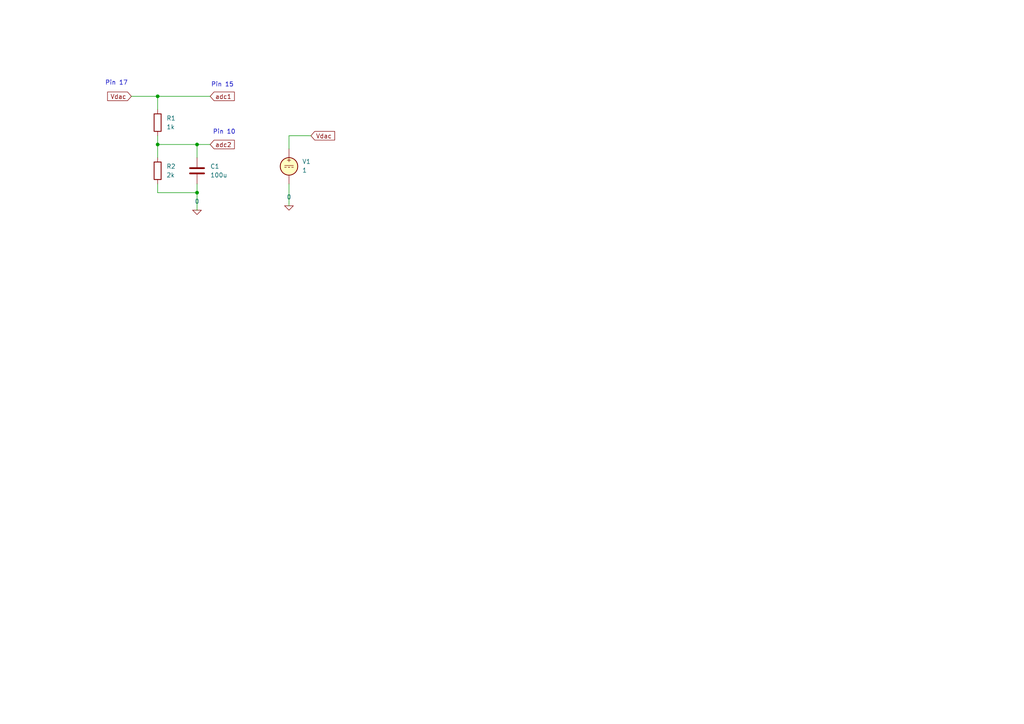
<source format=kicad_sch>
(kicad_sch (version 20231120) (generator "eeschema") (generator_version "8.0")
  (paper "A4")
  (lib_symbols
    (symbol "Device:C" (pin_numbers hide) (pin_names (offset 0.254))
      (property "Reference" "C" (at 0.635 2.54 0))
      (property "Value" "C" (at 0.635 -2.54 0))
      (symbol "C_0_1"
        (polyline (pts (xy -2.032 -0.762) (xy 2.032 -0.762)) (stroke (width 0.508)))
        (polyline (pts (xy -2.032 0.762) (xy 2.032 0.762)) (stroke (width 0.508)))
      )
      (symbol "C_1_1"
        (pin passive line (at 0 3.81 270) (length 2.794) (name "~") (number "1"))
        (pin passive line (at 0 -3.81 90) (length 2.794) (name "~") (number "2"))
      )
    )
    (symbol "Device:R" (pin_numbers hide) (pin_names (offset 0))
      (property "Reference" "R" (at 2.032 0 90))
      (property "Value" "R" (at 0 0 90))
      (symbol "R_0_1"
        (rectangle (start -1.016 -2.54) (end 1.016 2.54) (stroke (width 0.254)))
      )
      (symbol "R_1_1"
        (pin passive line (at 0 3.81 270) (length 1.27) (name "~") (number "1"))
        (pin passive line (at 0 -3.81 90) (length 1.27) (name "~") (number "2"))
      )
    )
    (symbol "Simulation_SPICE:0" (power) (pin_numbers hide) (pin_names (offset 0) hide)
      (property "Value" "0" (at 0 -2.54 0))
      (symbol "0_0_1"
        (polyline (pts (xy -1.27 0) (xy 0 -1.27) (xy 1.27 0) (xy -1.27 0)))
      )
      (symbol "0_1_1"
        (pin power_in line (at 0 0 0) (length 0) (name "~") (number "1"))
      )
    )
    (symbol "Simulation_SPICE:VDC" (pin_numbers hide) (pin_names (offset 0.0254))
      (property "Reference" "V" (at 2.54 2.54 0))
      (property "Value" "1" (at 2.54 0 0))
      (symbol "VDC_0_0"
        (polyline (pts (xy -1.27 0.254) (xy 1.27 0.254)))
        (polyline (pts (xy -0.762 -0.254) (xy -1.27 -0.254)))
        (polyline (pts (xy 0.254 -0.254) (xy -0.254 -0.254)))
        (polyline (pts (xy 1.27 -0.254) (xy 0.762 -0.254)))
        (text "+" (at 0 1.905 0) (effects (font (size 1.27 1.27))))
      )
      (symbol "VDC_0_1"
        (circle (center 0 0) (radius 2.54) (stroke (width 0.254)) (fill (type background)))
      )
      (symbol "VDC_1_1"
        (pin passive line (at 0 5.08 270) (length 2.54) (name "~") (number "1"))
        (pin passive line (at 0 -5.08 90) (length 2.54) (name "~") (number "2"))
      )
    )
  )
  (junction (at 45.72 27.94))
  (junction (at 57.15 55.88))
  (junction (at 45.72 41.91))
  (junction (at 57.15 41.91))
  (wire (pts (xy 83.82 39.37) (xy 83.82 43.18)))
  (wire (pts (xy 45.72 41.91) (xy 45.72 45.72)))
  (wire (pts (xy 57.15 53.34) (xy 57.15 55.88)))
  (wire (pts (xy 45.72 55.88) (xy 57.15 55.88)))
  (wire (pts (xy 57.15 41.91) (xy 60.96 41.91)))
  (wire (pts (xy 83.82 53.34) (xy 83.82 59.69)))
  (wire (pts (xy 45.72 27.94) (xy 60.96 27.94)))
  (wire (pts (xy 90.17 39.37) (xy 83.82 39.37)))
  (wire (pts (xy 38.1 27.94) (xy 45.72 27.94)))
  (wire (pts (xy 45.72 41.91) (xy 57.15 41.91)))
  (wire (pts (xy 45.72 53.34) (xy 45.72 55.88)))
  (wire (pts (xy 57.15 41.91) (xy 57.15 45.72)))
  (wire (pts (xy 45.72 39.37) (xy 45.72 41.91)))
  (wire (pts (xy 57.15 55.88) (xy 57.15 60.96)))
  (wire (pts (xy 45.72 27.94) (xy 45.72 31.75)))
  (text "Pin 17\n" (at 33.782 24.13 0) (effects (font (size 1.27 1.27))))
  (text "Pin 15" (at 64.516 24.638 0) (effects (font (size 1.27 1.27))))
  (text "Pin 10" (at 65.024 38.354 0) (effects (font (size 1.27 1.27))))
  (global_label "adc2" (shape input) (at 60.96 41.91 0) (property "Intersheetrefs" "${INTERSHEET_REFS}" (effects (hide yes))))
  (global_label "Vdac" (shape input) (at 38.1 27.94 180) (property "Intersheetrefs" "${INTERSHEET_REFS}" (effects (hide yes))))
  (global_label "Vdac" (shape input) (at 90.17 39.37 0) (property "Intersheetrefs" "${INTERSHEET_REFS}" (effects (hide yes))))
  (global_label "adc1" (shape input) (at 60.96 27.94 0) (property "Intersheetrefs" "${INTERSHEET_REFS}" (effects (hide yes))))
  (symbol (lib_id "Device:C") (at 57.15 49.53 0) (unit 1)
    (property "Reference" "C1" (at 60.96 48.2599 0) (effects (justify left)))
    (property "Value" "100u" (at 60.96 50.7999 0) (effects (justify left)))
    (property "Description" "Unpolarized capacitor" (effects (hide yes)))
  )
  (symbol (lib_id "Device:R") (at 45.72 35.56 0) (unit 1)
    (property "Reference" "R1" (at 48.26 34.2899 0) (effects (justify left)))
    (property "Value" "1k" (at 48.26 36.8299 0) (effects (justify left)))
    (property "Description" "Resistor" (effects (hide yes)))
  )
  (symbol (lib_id "Simulation_SPICE:0") (at 83.82 59.69 0) (unit 1)
    (property "Reference" "#GND02" (effects (hide yes)))
    (property "Value" "0" (at 83.82 57.15 0))
    (property "Datasheet" "https://ngspice.sourceforge.io/docs/ngspice-html-manual/manual.xhtml#subsec_Circuit_elements__device" (effects (hide yes)))
    (property "Description" "0V reference potential for simulation" (effects (hide yes)))
  )
  (symbol (lib_id "Simulation_SPICE:0") (at 57.15 60.96 0) (unit 1)
    (property "Reference" "#GND01" (effects (hide yes)))
    (property "Value" "0" (at 57.15 58.42 0))
    (property "Datasheet" "https://ngspice.sourceforge.io/docs/ngspice-html-manual/manual.xhtml#subsec_Circuit_elements__device" (effects (hide yes)))
    (property "Description" "0V reference potential for simulation" (effects (hide yes)))
  )
  (symbol (lib_id "Simulation_SPICE:VDC") (at 83.82 48.26 0) (unit 1)
    (property "Reference" "V1" (at 87.63 46.8601 0) (effects (justify left)))
    (property "Value" "1" (at 87.63 49.4001 0) (effects (justify left)))
    (property "Datasheet" "https://ngspice.sourceforge.io/docs/ngspice-html-manual/manual.xhtml#sec_Independent_Sources_for" (effects (hide yes)))
    (property "Description" "Voltage source, DC" (effects (hide yes)))
    (property "Sim.Pins" "1=+ 2=-" (effects (hide yes)))
    (property "Sim.Type" "DC" (effects (hide yes)))
    (property "Sim.Device" "V" (effects (hide yes)))
  )
  (symbol (lib_id "Device:R") (at 45.72 49.53 0) (unit 1)
    (property "Reference" "R2" (at 48.26 48.2599 0) (effects (justify left)))
    (property "Value" "2k" (at 48.26 50.7999 0) (effects (justify left)))
    (property "Description" "Resistor" (effects (hide yes)))
  )
)
</source>
